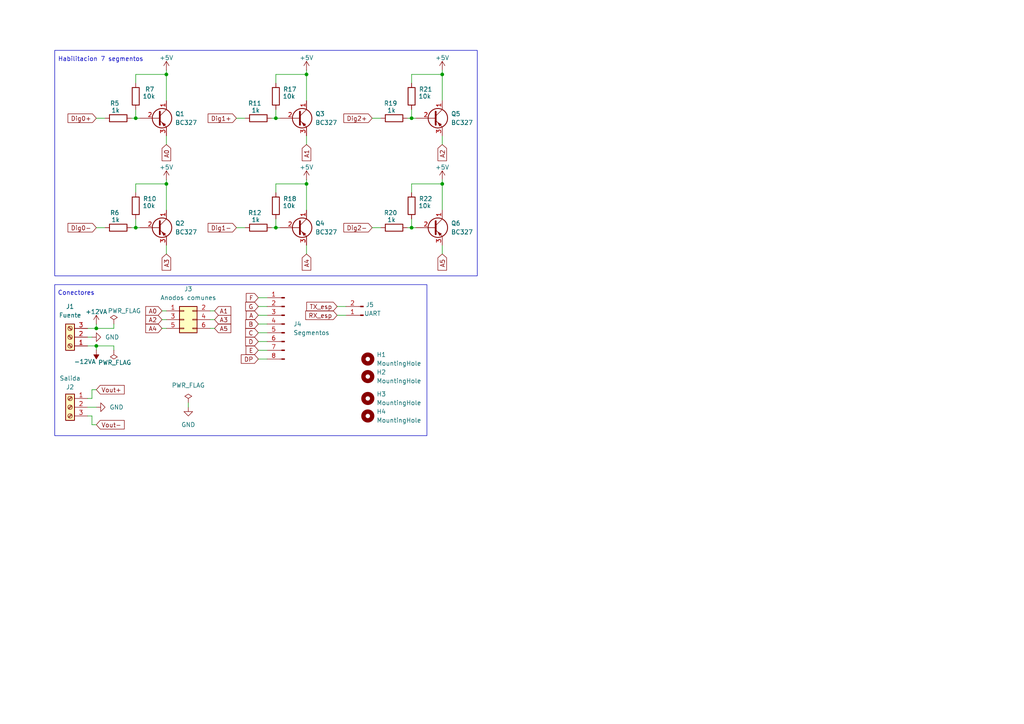
<source format=kicad_sch>
(kicad_sch (version 20231120) (generator "eeschema") (generator_version "8.0")
  (paper "A4")
  (lib_symbols
    (symbol "Connector:Conn_01x02_Pin" (pin_names (offset 1.016) hide)
      (property "Reference" "J" (at 0 2.54 0))
      (property "Value" "Conn_01x02_Pin" (at 0 -5.08 0))
      (symbol "Conn_01x02_Pin_1_1"
        (polyline (pts (xy 1.27 -2.54) (xy 0.8636 -2.54)) (stroke (width 0.1524)))
        (polyline (pts (xy 1.27 0) (xy 0.8636 0)) (stroke (width 0.1524)))
        (rectangle (start 0.8636 -2.413) (end 0 -2.667) (stroke (width 0.1524)) (fill (type outline)))
        (rectangle (start 0.8636 0.127) (end 0 -0.127) (stroke (width 0.1524)) (fill (type outline)))
        (pin passive line (at 5.08 0 180) (length 3.81) (name "Pin_1") (number "1"))
        (pin passive line (at 5.08 -2.54 180) (length 3.81) (name "Pin_2") (number "2"))
      )
    )
    (symbol "Connector:Conn_01x08_Pin" (pin_names (offset 1.016) hide)
      (property "Reference" "J" (at 0 10.16 0))
      (property "Value" "Conn_01x08_Pin" (at 0 -12.7 0))
      (symbol "Conn_01x08_Pin_1_1"
        (polyline (pts (xy 1.27 -10.16) (xy 0.8636 -10.16)) (stroke (width 0.1524)))
        (polyline (pts (xy 1.27 -7.62) (xy 0.8636 -7.62)) (stroke (width 0.1524)))
        (polyline (pts (xy 1.27 -5.08) (xy 0.8636 -5.08)) (stroke (width 0.1524)))
        (polyline (pts (xy 1.27 -2.54) (xy 0.8636 -2.54)) (stroke (width 0.1524)))
        (polyline (pts (xy 1.27 0) (xy 0.8636 0)) (stroke (width 0.1524)))
        (polyline (pts (xy 1.27 2.54) (xy 0.8636 2.54)) (stroke (width 0.1524)))
        (polyline (pts (xy 1.27 5.08) (xy 0.8636 5.08)) (stroke (width 0.1524)))
        (polyline (pts (xy 1.27 7.62) (xy 0.8636 7.62)) (stroke (width 0.1524)))
        (rectangle (start 0.8636 -10.033) (end 0 -10.287) (stroke (width 0.1524)) (fill (type outline)))
        (rectangle (start 0.8636 -7.493) (end 0 -7.747) (stroke (width 0.1524)) (fill (type outline)))
        (rectangle (start 0.8636 -4.953) (end 0 -5.207) (stroke (width 0.1524)) (fill (type outline)))
        (rectangle (start 0.8636 -2.413) (end 0 -2.667) (stroke (width 0.1524)) (fill (type outline)))
        (rectangle (start 0.8636 0.127) (end 0 -0.127) (stroke (width 0.1524)) (fill (type outline)))
        (rectangle (start 0.8636 2.667) (end 0 2.413) (stroke (width 0.1524)) (fill (type outline)))
        (rectangle (start 0.8636 5.207) (end 0 4.953) (stroke (width 0.1524)) (fill (type outline)))
        (rectangle (start 0.8636 7.747) (end 0 7.493) (stroke (width 0.1524)) (fill (type outline)))
        (pin passive line (at 5.08 7.62 180) (length 3.81) (name "Pin_1") (number "1"))
        (pin passive line (at 5.08 5.08 180) (length 3.81) (name "Pin_2") (number "2"))
        (pin passive line (at 5.08 2.54 180) (length 3.81) (name "Pin_3") (number "3"))
        (pin passive line (at 5.08 0 180) (length 3.81) (name "Pin_4") (number "4"))
        (pin passive line (at 5.08 -2.54 180) (length 3.81) (name "Pin_5") (number "5"))
        (pin passive line (at 5.08 -5.08 180) (length 3.81) (name "Pin_6") (number "6"))
        (pin passive line (at 5.08 -7.62 180) (length 3.81) (name "Pin_7") (number "7"))
        (pin passive line (at 5.08 -10.16 180) (length 3.81) (name "Pin_8") (number "8"))
      )
    )
    (symbol "Connector:Screw_Terminal_01x03" (pin_names (offset 1.016) hide)
      (property "Reference" "J" (at 0 5.08 0))
      (property "Value" "Screw_Terminal_01x03" (at 0 -5.08 0))
      (symbol "Screw_Terminal_01x03_1_1"
        (rectangle (start -1.27 3.81) (end 1.27 -3.81) (stroke (width 0.254)) (fill (type background)))
        (circle (center 0 -2.54) (radius 0.635) (stroke (width 0.1524)))
        (polyline (pts (xy -0.5334 -2.2098) (xy 0.3302 -3.048)) (stroke (width 0.1524)))
        (polyline (pts (xy -0.5334 0.3302) (xy 0.3302 -0.508)) (stroke (width 0.1524)))
        (polyline (pts (xy -0.5334 2.8702) (xy 0.3302 2.032)) (stroke (width 0.1524)))
        (polyline (pts (xy -0.3556 -2.032) (xy 0.508 -2.8702)) (stroke (width 0.1524)))
        (polyline (pts (xy -0.3556 0.508) (xy 0.508 -0.3302)) (stroke (width 0.1524)))
        (polyline (pts (xy -0.3556 3.048) (xy 0.508 2.2098)) (stroke (width 0.1524)))
        (circle (center 0 0) (radius 0.635) (stroke (width 0.1524)))
        (circle (center 0 2.54) (radius 0.635) (stroke (width 0.1524)))
        (pin passive line (at -5.08 2.54 0) (length 3.81) (name "Pin_1") (number "1"))
        (pin passive line (at -5.08 0 0) (length 3.81) (name "Pin_2") (number "2"))
        (pin passive line (at -5.08 -2.54 0) (length 3.81) (name "Pin_3") (number "3"))
      )
    )
    (symbol "Connector_Generic:Conn_02x03_Odd_Even" (pin_names (offset 1.016) hide)
      (property "Reference" "J" (at 1.27 5.08 0))
      (property "Value" "Conn_02x03_Odd_Even" (at 1.27 -5.08 0))
      (symbol "Conn_02x03_Odd_Even_1_1"
        (rectangle (start -1.27 -2.413) (end 0 -2.667) (stroke (width 0.1524)))
        (rectangle (start -1.27 0.127) (end 0 -0.127) (stroke (width 0.1524)))
        (rectangle (start -1.27 2.667) (end 0 2.413) (stroke (width 0.1524)))
        (rectangle (start -1.27 3.81) (end 3.81 -3.81) (stroke (width 0.254)) (fill (type background)))
        (rectangle (start 3.81 -2.413) (end 2.54 -2.667) (stroke (width 0.1524)))
        (rectangle (start 3.81 0.127) (end 2.54 -0.127) (stroke (width 0.1524)))
        (rectangle (start 3.81 2.667) (end 2.54 2.413) (stroke (width 0.1524)))
        (pin passive line (at -5.08 2.54 0) (length 3.81) (name "Pin_1") (number "1"))
        (pin passive line (at 7.62 2.54 180) (length 3.81) (name "Pin_2") (number "2"))
        (pin passive line (at -5.08 0 0) (length 3.81) (name "Pin_3") (number "3"))
        (pin passive line (at 7.62 0 180) (length 3.81) (name "Pin_4") (number "4"))
        (pin passive line (at -5.08 -2.54 0) (length 3.81) (name "Pin_5") (number "5"))
        (pin passive line (at 7.62 -2.54 180) (length 3.81) (name "Pin_6") (number "6"))
      )
    )
    (symbol "Device:R" (pin_numbers hide) (pin_names (offset 0))
      (property "Reference" "R" (at 2.032 0 90))
      (property "Value" "R" (at 0 0 90))
      (symbol "R_0_1"
        (rectangle (start -1.016 -2.54) (end 1.016 2.54) (stroke (width 0.254)))
      )
      (symbol "R_1_1"
        (pin passive line (at 0 3.81 270) (length 1.27) (name "~") (number "1"))
        (pin passive line (at 0 -3.81 90) (length 1.27) (name "~") (number "2"))
      )
    )
    (symbol "Mechanical:MountingHole" (pin_names (offset 1.016)) (exclude_from_sim yes) (in_bom no)
      (property "Reference" "H" (at 0 5.08 0))
      (property "Value" "MountingHole" (at 0 3.175 0))
      (symbol "MountingHole_0_1"
        (circle (center 0 0) (radius 1.27) (stroke (width 1.27)))
      )
    )
    (symbol "Transistor_BJT:BC327" (pin_names (offset 0) hide)
      (property "Reference" "Q" (at 5.08 1.905 0))
      (property "Value" "BC327" (at 5.08 0 0))
      (symbol "BC327_0_1"
        (polyline (pts (xy 0.635 0.635) (xy 2.54 2.54)))
        (polyline (pts (xy 0.635 -0.635) (xy 2.54 -2.54) (xy 2.54 -2.54)))
        (polyline (pts (xy 0.635 1.905) (xy 0.635 -1.905) (xy 0.635 -1.905)) (stroke (width 0.508)))
        (polyline (pts (xy 2.286 -1.778) (xy 1.778 -2.286) (xy 1.27 -1.27) (xy 2.286 -1.778) (xy 2.286 -1.778)) (fill (type outline)))
        (circle (center 1.27 0) (radius 2.8194) (stroke (width 0.254)))
      )
      (symbol "BC327_1_1"
        (pin passive line (at 2.54 5.08 270) (length 2.54) (name "C") (number "1"))
        (pin input line (at -5.08 0 0) (length 5.715) (name "B") (number "2"))
        (pin passive line (at 2.54 -5.08 90) (length 2.54) (name "E") (number "3"))
      )
    )
    (symbol "power:+12VA" (power) (pin_numbers hide) (pin_names (offset 0) hide)
      (property "Value" "+12VA" (at 0 3.556 0))
      (symbol "+12VA_0_1"
        (polyline (pts (xy -0.762 1.27) (xy 0 2.54)))
        (polyline (pts (xy 0 0) (xy 0 2.54)))
        (polyline (pts (xy 0 2.54) (xy 0.762 1.27)))
      )
      (symbol "+12VA_1_1"
        (pin power_in line (at 0 0 90) (length 0) (name "~") (number "1"))
      )
    )
    (symbol "power:+5V" (power) (pin_numbers hide) (pin_names (offset 0) hide)
      (property "Value" "+5V" (at 0 3.556 0))
      (symbol "+5V_0_1"
        (polyline (pts (xy -0.762 1.27) (xy 0 2.54)))
        (polyline (pts (xy 0 0) (xy 0 2.54)))
        (polyline (pts (xy 0 2.54) (xy 0.762 1.27)))
      )
      (symbol "+5V_1_1"
        (pin power_in line (at 0 0 90) (length 0) (name "~") (number "1"))
      )
    )
    (symbol "power:-12VA" (power) (pin_numbers hide) (pin_names (offset 0) hide)
      (property "Value" "-12VA" (at 0 3.556 0))
      (symbol "-12VA_0_0"
        (pin power_in line (at 0 0 90) (length 0) (name "~") (number "1"))
      )
      (symbol "-12VA_0_1"
        (polyline (pts (xy 0 0) (xy 0 1.27) (xy 0.762 1.27) (xy 0 2.54) (xy -0.762 1.27) (xy 0 1.27)) (fill (type outline)))
      )
    )
    (symbol "power:GND" (power) (pin_numbers hide) (pin_names (offset 0) hide)
      (property "Value" "GND" (at 0 -3.81 0))
      (symbol "GND_0_1"
        (polyline (pts (xy 0 0) (xy 0 -1.27) (xy 1.27 -1.27) (xy 0 -2.54) (xy -1.27 -1.27) (xy 0 -1.27)))
      )
      (symbol "GND_1_1"
        (pin power_in line (at 0 0 270) (length 0) (name "~") (number "1"))
      )
    )
    (symbol "power:PWR_FLAG" (power) (pin_numbers hide) (pin_names (offset 0) hide)
      (property "Value" "PWR_FLAG" (at 0 3.81 0))
      (symbol "PWR_FLAG_0_0"
        (pin power_out line (at 0 0 90) (length 0) (name "~") (number "1"))
      )
      (symbol "PWR_FLAG_0_1"
        (polyline (pts (xy 0 0) (xy 0 1.27) (xy -1.016 1.905) (xy 0 2.54) (xy 1.016 1.905) (xy 0 1.27)))
      )
    )
  )
  (junction (at 39.37 66.04))
  (junction (at 27.94 100.33))
  (junction (at 80.01 66.04))
  (junction (at 48.26 53.34))
  (junction (at 88.9 53.34))
  (junction (at 119.38 34.29))
  (junction (at 48.26 21.59))
  (junction (at 27.94 95.25))
  (junction (at 80.01 34.29))
  (junction (at 128.27 21.59))
  (junction (at 128.27 53.34))
  (junction (at 39.37 34.29))
  (junction (at 119.38 66.04))
  (junction (at 88.9 21.59))
  (wire (pts (xy 25.4 120.65) (xy 26.67 120.65)))
  (wire (pts (xy 97.79 88.9) (xy 100.33 88.9)))
  (wire (pts (xy 128.27 39.37) (xy 128.27 41.91)))
  (wire (pts (xy 62.23 90.17) (xy 60.96 90.17)))
  (wire (pts (xy 26.67 113.03) (xy 27.94 113.03)))
  (wire (pts (xy 48.26 39.37) (xy 48.26 41.91)))
  (wire (pts (xy 48.26 20.32) (xy 48.26 21.59)))
  (wire (pts (xy 119.38 21.59) (xy 128.27 21.59)))
  (wire (pts (xy 88.9 39.37) (xy 88.9 41.91)))
  (wire (pts (xy 38.1 66.04) (xy 39.37 66.04)))
  (wire (pts (xy 77.47 93.98) (xy 74.93 93.98)))
  (wire (pts (xy 26.67 123.19) (xy 27.94 123.19)))
  (wire (pts (xy 25.4 118.11) (xy 27.94 118.11)))
  (wire (pts (xy 54.61 116.84) (xy 54.61 118.11)))
  (wire (pts (xy 77.47 86.36) (xy 74.93 86.36)))
  (wire (pts (xy 118.11 34.29) (xy 119.38 34.29)))
  (wire (pts (xy 46.99 92.71) (xy 48.26 92.71)))
  (wire (pts (xy 88.9 71.12) (xy 88.9 73.66)))
  (wire (pts (xy 62.23 92.71) (xy 60.96 92.71)))
  (wire (pts (xy 26.67 123.19) (xy 26.67 120.65)))
  (wire (pts (xy 62.23 95.25) (xy 60.96 95.25)))
  (wire (pts (xy 119.38 31.75) (xy 119.38 34.29)))
  (wire (pts (xy 68.58 66.04) (xy 71.12 66.04)))
  (wire (pts (xy 77.47 101.6) (xy 74.93 101.6)))
  (wire (pts (xy 25.4 97.79) (xy 26.67 97.79)))
  (wire (pts (xy 80.01 53.34) (xy 88.9 53.34)))
  (wire (pts (xy 26.67 113.03) (xy 26.67 115.57)))
  (wire (pts (xy 25.4 115.57) (xy 26.67 115.57)))
  (wire (pts (xy 120.65 66.04) (xy 119.38 66.04)))
  (wire (pts (xy 27.94 95.25) (xy 33.02 95.25)))
  (wire (pts (xy 25.4 100.33) (xy 27.94 100.33)))
  (wire (pts (xy 80.01 55.88) (xy 80.01 53.34)))
  (wire (pts (xy 120.65 34.29) (xy 119.38 34.29)))
  (wire (pts (xy 39.37 63.5) (xy 39.37 66.04)))
  (wire (pts (xy 128.27 53.34) (xy 128.27 60.96)))
  (wire (pts (xy 48.26 21.59) (xy 48.26 29.21)))
  (wire (pts (xy 128.27 20.32) (xy 128.27 21.59)))
  (wire (pts (xy 40.64 34.29) (xy 39.37 34.29)))
  (wire (pts (xy 119.38 53.34) (xy 128.27 53.34)))
  (wire (pts (xy 88.9 21.59) (xy 88.9 29.21)))
  (wire (pts (xy 81.28 66.04) (xy 80.01 66.04)))
  (wire (pts (xy 68.58 34.29) (xy 71.12 34.29)))
  (wire (pts (xy 88.9 52.07) (xy 88.9 53.34)))
  (wire (pts (xy 39.37 21.59) (xy 48.26 21.59)))
  (wire (pts (xy 119.38 55.88) (xy 119.38 53.34)))
  (wire (pts (xy 27.94 66.04) (xy 30.48 66.04)))
  (wire (pts (xy 128.27 21.59) (xy 128.27 29.21)))
  (wire (pts (xy 33.02 95.25) (xy 33.02 93.98)))
  (wire (pts (xy 78.74 34.29) (xy 80.01 34.29)))
  (wire (pts (xy 80.01 31.75) (xy 80.01 34.29)))
  (wire (pts (xy 119.38 24.13) (xy 119.38 21.59)))
  (wire (pts (xy 97.79 91.44) (xy 100.33 91.44)))
  (wire (pts (xy 39.37 31.75) (xy 39.37 34.29)))
  (wire (pts (xy 107.95 66.04) (xy 110.49 66.04)))
  (wire (pts (xy 80.01 21.59) (xy 88.9 21.59)))
  (wire (pts (xy 40.64 66.04) (xy 39.37 66.04)))
  (wire (pts (xy 27.94 95.25) (xy 25.4 95.25)))
  (wire (pts (xy 46.99 95.25) (xy 48.26 95.25)))
  (wire (pts (xy 81.28 34.29) (xy 80.01 34.29)))
  (wire (pts (xy 88.9 53.34) (xy 88.9 60.96)))
  (wire (pts (xy 48.26 52.07) (xy 48.26 53.34)))
  (wire (pts (xy 80.01 24.13) (xy 80.01 21.59)))
  (wire (pts (xy 39.37 24.13) (xy 39.37 21.59)))
  (wire (pts (xy 80.01 63.5) (xy 80.01 66.04)))
  (wire (pts (xy 77.47 88.9) (xy 74.93 88.9)))
  (wire (pts (xy 38.1 34.29) (xy 39.37 34.29)))
  (wire (pts (xy 39.37 53.34) (xy 48.26 53.34)))
  (wire (pts (xy 74.93 104.14) (xy 77.47 104.14)))
  (wire (pts (xy 77.47 99.06) (xy 74.93 99.06)))
  (wire (pts (xy 27.94 100.33) (xy 27.94 101.6)))
  (wire (pts (xy 39.37 55.88) (xy 39.37 53.34)))
  (wire (pts (xy 27.94 34.29) (xy 30.48 34.29)))
  (wire (pts (xy 33.02 100.33) (xy 33.02 101.6)))
  (wire (pts (xy 128.27 71.12) (xy 128.27 73.66)))
  (wire (pts (xy 88.9 20.32) (xy 88.9 21.59)))
  (wire (pts (xy 27.94 93.98) (xy 27.94 95.25)))
  (wire (pts (xy 46.99 90.17) (xy 48.26 90.17)))
  (wire (pts (xy 119.38 63.5) (xy 119.38 66.04)))
  (wire (pts (xy 118.11 66.04) (xy 119.38 66.04)))
  (wire (pts (xy 77.47 96.52) (xy 74.93 96.52)))
  (wire (pts (xy 48.26 71.12) (xy 48.26 73.66)))
  (wire (pts (xy 77.47 91.44) (xy 74.93 91.44)))
  (wire (pts (xy 48.26 53.34) (xy 48.26 60.96)))
  (wire (pts (xy 128.27 52.07) (xy 128.27 53.34)))
  (wire (pts (xy 78.74 66.04) (xy 80.01 66.04)))
  (wire (pts (xy 27.94 100.33) (xy 33.02 100.33)))
  (wire (pts (xy 107.95 34.29) (xy 110.49 34.29)))
  (rectangle (start 15.875 82.55) (end 123.825 126.365))
  (rectangle (start 15.875 14.605) (end 138.43 80.01))
  (text "Habilitacion 7 segmentos\n" (at 29.21 17.272 0) (effects (font (size 1.27 1.27))))
  (text "Conectores" (at 22.098 85.09 0) (effects (font (size 1.27 1.27))))
  (global_label "RX_esp" (shape input) (at 97.79 91.44 180) (property "Intersheetrefs" "${INTERSHEET_REFS}" (effects (hide yes))))
  (global_label "Dig2-" (shape input) (at 107.95 66.04 180) (property "Intersheetrefs" "${INTERSHEET_REFS}" (effects (hide yes))))
  (global_label "F" (shape input) (at 74.93 86.36 180) (property "Intersheetrefs" "${INTERSHEET_REFS}" (effects (hide yes))))
  (global_label "A5" (shape input) (at 62.23 95.25 0) (property "Intersheetrefs" "${INTERSHEET_REFS}" (effects (hide yes))))
  (global_label "D" (shape input) (at 74.93 99.06 180) (property "Intersheetrefs" "${INTERSHEET_REFS}" (effects (hide yes))))
  (global_label "C" (shape input) (at 74.93 96.52 180) (property "Intersheetrefs" "${INTERSHEET_REFS}" (effects (hide yes))))
  (global_label "A4" (shape input) (at 46.99 95.25 180) (property "Intersheetrefs" "${INTERSHEET_REFS}" (effects (hide yes))))
  (global_label "Dig0-" (shape input) (at 27.94 66.04 180) (property "Intersheetrefs" "${INTERSHEET_REFS}" (effects (hide yes))))
  (global_label "A5" (shape input) (at 128.27 73.66 270) (property "Intersheetrefs" "${INTERSHEET_REFS}" (effects (hide yes))))
  (global_label "DP" (shape input) (at 74.93 104.14 180) (property "Intersheetrefs" "${INTERSHEET_REFS}" (effects (hide yes))))
  (global_label "Dig1+" (shape input) (at 68.58 34.29 180) (property "Intersheetrefs" "${INTERSHEET_REFS}" (effects (hide yes))))
  (global_label "A2" (shape input) (at 46.99 92.71 180) (property "Intersheetrefs" "${INTERSHEET_REFS}" (effects (hide yes))))
  (global_label "A3" (shape input) (at 62.23 92.71 0) (property "Intersheetrefs" "${INTERSHEET_REFS}" (effects (hide yes))))
  (global_label "A0" (shape input) (at 48.26 41.91 270) (property "Intersheetrefs" "${INTERSHEET_REFS}" (effects (hide yes))))
  (global_label "A1" (shape input) (at 62.23 90.17 0) (property "Intersheetrefs" "${INTERSHEET_REFS}" (effects (hide yes))))
  (global_label "G" (shape input) (at 74.93 88.9 180) (property "Intersheetrefs" "${INTERSHEET_REFS}" (effects (hide yes))))
  (global_label "Vout+" (shape input) (at 27.94 113.03 0) (property "Intersheetrefs" "${INTERSHEET_REFS}" (effects (hide yes))))
  (global_label "Dig0+" (shape input) (at 27.94 34.29 180) (property "Intersheetrefs" "${INTERSHEET_REFS}" (effects (hide yes))))
  (global_label "Vout-" (shape input) (at 27.94 123.19 0) (property "Intersheetrefs" "${INTERSHEET_REFS}" (effects (hide yes))))
  (global_label "TX_esp" (shape input) (at 97.79 88.9 180) (property "Intersheetrefs" "${INTERSHEET_REFS}" (effects (hide yes))))
  (global_label "Dig1-" (shape input) (at 68.58 66.04 180) (property "Intersheetrefs" "${INTERSHEET_REFS}" (effects (hide yes))))
  (global_label "A2" (shape input) (at 128.27 41.91 270) (property "Intersheetrefs" "${INTERSHEET_REFS}" (effects (hide yes))))
  (global_label "Dig2+" (shape input) (at 107.95 34.29 180) (property "Intersheetrefs" "${INTERSHEET_REFS}" (effects (hide yes))))
  (global_label "B" (shape input) (at 74.93 93.98 180) (property "Intersheetrefs" "${INTERSHEET_REFS}" (effects (hide yes))))
  (global_label "E" (shape input) (at 74.93 101.6 180) (property "Intersheetrefs" "${INTERSHEET_REFS}" (effects (hide yes))))
  (global_label "A" (shape input) (at 74.93 91.44 180) (property "Intersheetrefs" "${INTERSHEET_REFS}" (effects (hide yes))))
  (global_label "A1" (shape input) (at 88.9 41.91 270) (property "Intersheetrefs" "${INTERSHEET_REFS}" (effects (hide yes))))
  (global_label "A4" (shape input) (at 88.9 73.66 270) (property "Intersheetrefs" "${INTERSHEET_REFS}" (effects (hide yes))))
  (global_label "A0" (shape input) (at 46.99 90.17 180) (property "Intersheetrefs" "${INTERSHEET_REFS}" (effects (hide yes))))
  (global_label "A3" (shape input) (at 48.26 73.66 270) (property "Intersheetrefs" "${INTERSHEET_REFS}" (effects (hide yes))))
  (symbol (lib_id "Mechanical:MountingHole") (at 106.68 109.22 0) (unit 1) (exclude_from_sim yes) (in_bom no)
    (property "Reference" "H2" (at 109.22 107.9499 0) (effects (justify left)))
    (property "Value" "MountingHole" (at 109.22 110.4899 0) (effects (justify left)))
    (property "Footprint" "MountingHole:MountingHole_3.2mm_M3" (effects (hide yes)))
    (property "Description" "Mounting Hole without connection" (effects (hide yes)))
  )
  (symbol (lib_id "Device:R") (at 119.38 27.94 0) (mirror y) (unit 1)
    (property "Reference" "R21" (at 123.444 25.908 0))
    (property "Value" "10k" (at 123.19 27.94 0))
    (property "Footprint" "Resistor_THT:R_Axial_DIN0207_L6.3mm_D2.5mm_P10.16mm_Horizontal" (effects (hide yes)))
    (property "Description" "Resistor" (effects (hide yes)))
  )
  (symbol (lib_id "Device:R") (at 114.3 34.29 90) (mirror x) (unit 1)
    (property "Reference" "R19" (at 113.284 29.972 90))
    (property "Value" "1k" (at 113.538 32.004 90))
    (property "Footprint" "Resistor_THT:R_Axial_DIN0207_L6.3mm_D2.5mm_P10.16mm_Horizontal" (effects (hide yes)))
    (property "Description" "Resistor" (effects (hide yes)))
  )
  (symbol (lib_id "Connector:Conn_01x08_Pin") (at 82.55 93.98 0) (mirror y) (unit 1)
    (property "Reference" "J4" (at 85.09 93.9799 0) (effects (justify right)))
    (property "Value" "Segmentos" (at 85.09 96.5199 0) (effects (justify right)))
    (property "Footprint" "Connector_PinHeader_2.54mm:PinHeader_1x08_P2.54mm_Vertical" (effects (hide yes)))
    (property "Description" "Generic connector, single row, 01x08, script generated" (effects (hide yes)))
  )
  (symbol (lib_id "power:+5V") (at 128.27 20.32 0) (unit 1)
    (property "Reference" "#PWR011" (effects (hide yes)))
    (property "Value" "+5V" (at 128.27 16.764 0))
    (property "Description" "Power symbol creates a global label with name \"+5V\"" (effects (hide yes)))
  )
  (symbol (lib_id "Connector:Conn_01x02_Pin") (at 105.41 91.44 180) (unit 1)
    (property "Reference" "J5" (at 108.458 88.392 0) (effects (justify left)))
    (property "Value" "UART" (at 110.49 90.932 0) (effects (justify left)))
    (property "Footprint" "Connector_PinHeader_2.54mm:PinHeader_1x02_P2.54mm_Vertical" (effects (hide yes)))
    (property "Description" "Generic connector, single row, 01x02, script generated" (effects (hide yes)))
  )
  (symbol (lib_id "Transistor_BJT:BC327") (at 125.73 66.04 0) (unit 1)
    (property "Reference" "Q6" (at 130.81 64.7699 0) (effects (justify left)))
    (property "Value" "BC327" (at 130.81 67.3099 0) (effects (justify left)))
    (property "Footprint" "Package_TO_SOT_THT:TO-92_Inline" (effects (hide yes)))
    (property "Datasheet" "http://www.onsemi.com/pub_link/Collateral/BC327-D.PDF" (effects (hide yes)))
    (property "Description" "0.8A Ic, 45V Vce, PNP Transistor, TO-92" (effects (hide yes)))
  )
  (symbol (lib_id "Connector:Screw_Terminal_01x03") (at 20.32 118.11 0) (mirror y) (unit 1)
    (property "Reference" "J2" (at 20.32 112.268 0))
    (property "Value" "Salida" (at 20.32 109.728 0))
    (property "Footprint" "TerminalBlock_Phoenix:TerminalBlock_Phoenix_MKDS-1,5-3-5.08_1x03_P5.08mm_Horizontal" (effects (hide yes)))
    (property "Description" "Generic screw terminal, single row, 01x03, script generated (kicad-library-utils/schlib/autogen/connector/)" (effects (hide yes)))
  )
  (symbol (lib_id "power:GND") (at 54.61 118.11 0) (unit 1)
    (property "Reference" "#PWR050" (effects (hide yes)))
    (property "Value" "GND" (at 54.61 123.19 0))
    (property "Description" "Power symbol creates a global label with name \"GND\" , ground" (effects (hide yes)))
  )
  (symbol (lib_id "Device:R") (at 119.38 59.69 0) (mirror y) (unit 1)
    (property "Reference" "R22" (at 123.444 57.658 0))
    (property "Value" "10k" (at 123.19 59.69 0))
    (property "Footprint" "Resistor_THT:R_Axial_DIN0207_L6.3mm_D2.5mm_P10.16mm_Horizontal" (effects (hide yes)))
    (property "Description" "Resistor" (effects (hide yes)))
  )
  (symbol (lib_id "power:PWR_FLAG") (at 33.02 101.6 0) (mirror x) (unit 1)
    (property "Reference" "#FLG02" (effects (hide yes)))
    (property "Value" "PWR_FLAG" (at 33.274 105.156 0))
    (property "Description" "Special symbol for telling ERC where power comes from" (effects (hide yes)))
  )
  (symbol (lib_id "Device:R") (at 80.01 27.94 0) (mirror y) (unit 1)
    (property "Reference" "R17" (at 84.074 25.908 0))
    (property "Value" "10k" (at 83.82 27.94 0))
    (property "Footprint" "Resistor_THT:R_Axial_DIN0207_L6.3mm_D2.5mm_P10.16mm_Horizontal" (effects (hide yes)))
    (property "Description" "Resistor" (effects (hide yes)))
  )
  (symbol (lib_id "power:GND") (at 26.67 97.79 90) (unit 1)
    (property "Reference" "#PWR022" (effects (hide yes)))
    (property "Value" "GND" (at 30.48 97.7899 90) (effects (justify right)))
    (property "Description" "Power symbol creates a global label with name \"GND\" , ground" (effects (hide yes)))
  )
  (symbol (lib_id "Device:R") (at 34.29 34.29 90) (mirror x) (unit 1)
    (property "Reference" "R5" (at 33.274 29.972 90))
    (property "Value" "1k" (at 33.528 32.004 90))
    (property "Footprint" "Resistor_THT:R_Axial_DIN0207_L6.3mm_D2.5mm_P10.16mm_Horizontal" (effects (hide yes)))
    (property "Description" "Resistor" (effects (hide yes)))
  )
  (symbol (lib_id "power:PWR_FLAG") (at 54.61 116.84 0) (mirror y) (unit 1)
    (property "Reference" "#FLG05" (effects (hide yes)))
    (property "Value" "PWR_FLAG" (at 54.61 111.76 0))
    (property "Description" "Special symbol for telling ERC where power comes from" (effects (hide yes)))
  )
  (symbol (lib_id "power:+5V") (at 48.26 20.32 0) (unit 1)
    (property "Reference" "#PWR05" (effects (hide yes)))
    (property "Value" "+5V" (at 48.26 16.764 0))
    (property "Description" "Power symbol creates a global label with name \"+5V\"" (effects (hide yes)))
  )
  (symbol (lib_id "Device:R") (at 74.93 34.29 90) (mirror x) (unit 1)
    (property "Reference" "R11" (at 73.914 29.972 90))
    (property "Value" "1k" (at 74.168 32.004 90))
    (property "Footprint" "Resistor_THT:R_Axial_DIN0207_L6.3mm_D2.5mm_P10.16mm_Horizontal" (effects (hide yes)))
    (property "Description" "Resistor" (effects (hide yes)))
  )
  (symbol (lib_id "Device:R") (at 34.29 66.04 90) (mirror x) (unit 1)
    (property "Reference" "R6" (at 33.274 61.722 90))
    (property "Value" "1k" (at 33.528 63.754 90))
    (property "Footprint" "Resistor_THT:R_Axial_DIN0207_L6.3mm_D2.5mm_P10.16mm_Horizontal" (effects (hide yes)))
    (property "Description" "Resistor" (effects (hide yes)))
  )
  (symbol (lib_id "Connector:Screw_Terminal_01x03") (at 20.32 97.79 180) (unit 1)
    (property "Reference" "J1" (at 20.32 88.9 0))
    (property "Value" "Fuente" (at 20.32 91.44 0))
    (property "Footprint" "TerminalBlock_Phoenix:TerminalBlock_Phoenix_MKDS-1,5-3-5.08_1x03_P5.08mm_Horizontal" (effects (hide yes)))
    (property "Description" "Generic screw terminal, single row, 01x03, script generated (kicad-library-utils/schlib/autogen/connector/)" (effects (hide yes)))
  )
  (symbol (lib_id "Device:R") (at 74.93 66.04 90) (mirror x) (unit 1)
    (property "Reference" "R12" (at 73.914 61.722 90))
    (property "Value" "1k" (at 74.168 63.754 90))
    (property "Footprint" "Resistor_THT:R_Axial_DIN0207_L6.3mm_D2.5mm_P10.16mm_Horizontal" (effects (hide yes)))
    (property "Description" "Resistor" (effects (hide yes)))
  )
  (symbol (lib_id "power:+5V") (at 48.26 52.07 0) (unit 1)
    (property "Reference" "#PWR06" (effects (hide yes)))
    (property "Value" "+5V" (at 48.26 48.514 0))
    (property "Description" "Power symbol creates a global label with name \"+5V\"" (effects (hide yes)))
  )
  (symbol (lib_id "power:+5V") (at 88.9 52.07 0) (unit 1)
    (property "Reference" "#PWR010" (effects (hide yes)))
    (property "Value" "+5V" (at 88.9 48.514 0))
    (property "Description" "Power symbol creates a global label with name \"+5V\"" (effects (hide yes)))
  )
  (symbol (lib_id "power:+5V") (at 88.9 20.32 0) (unit 1)
    (property "Reference" "#PWR09" (effects (hide yes)))
    (property "Value" "+5V" (at 88.9 16.764 0))
    (property "Description" "Power symbol creates a global label with name \"+5V\"" (effects (hide yes)))
  )
  (symbol (lib_id "Device:R") (at 39.37 27.94 0) (mirror y) (unit 1)
    (property "Reference" "R7" (at 43.434 25.908 0))
    (property "Value" "10k" (at 43.18 27.94 0))
    (property "Footprint" "Resistor_THT:R_Axial_DIN0207_L6.3mm_D2.5mm_P10.16mm_Horizontal" (effects (hide yes)))
    (property "Description" "Resistor" (effects (hide yes)))
  )
  (symbol (lib_id "Mechanical:MountingHole") (at 106.68 120.65 0) (unit 1) (exclude_from_sim yes) (in_bom no)
    (property "Reference" "H4" (at 109.22 119.3799 0) (effects (justify left)))
    (property "Value" "MountingHole" (at 109.22 121.9199 0) (effects (justify left)))
    (property "Footprint" "MountingHole:MountingHole_3.2mm_M3" (effects (hide yes)))
    (property "Description" "Mounting Hole without connection" (effects (hide yes)))
  )
  (symbol (lib_id "power:PWR_FLAG") (at 33.02 93.98 0) (unit 1)
    (property "Reference" "#FLG01" (effects (hide yes)))
    (property "Value" "PWR_FLAG" (at 36.068 90.17 0))
    (property "Description" "Special symbol for telling ERC where power comes from" (effects (hide yes)))
  )
  (symbol (lib_id "Transistor_BJT:BC327") (at 86.36 34.29 0) (unit 1)
    (property "Reference" "Q3" (at 91.44 33.0199 0) (effects (justify left)))
    (property "Value" "BC327" (at 91.44 35.5599 0) (effects (justify left)))
    (property "Footprint" "Package_TO_SOT_THT:TO-92_Inline" (effects (hide yes)))
    (property "Datasheet" "http://www.onsemi.com/pub_link/Collateral/BC327-D.PDF" (effects (hide yes)))
    (property "Description" "0.8A Ic, 45V Vce, PNP Transistor, TO-92" (effects (hide yes)))
  )
  (symbol (lib_id "Device:R") (at 39.37 59.69 0) (mirror y) (unit 1)
    (property "Reference" "R10" (at 43.434 57.658 0))
    (property "Value" "10k" (at 43.18 59.69 0))
    (property "Footprint" "Resistor_THT:R_Axial_DIN0207_L6.3mm_D2.5mm_P10.16mm_Horizontal" (effects (hide yes)))
    (property "Description" "Resistor" (effects (hide yes)))
  )
  (symbol (lib_id "Device:R") (at 114.3 66.04 90) (mirror x) (unit 1)
    (property "Reference" "R20" (at 113.284 61.722 90))
    (property "Value" "1k" (at 113.538 63.754 90))
    (property "Footprint" "Resistor_THT:R_Axial_DIN0207_L6.3mm_D2.5mm_P10.16mm_Horizontal" (effects (hide yes)))
    (property "Description" "Resistor" (effects (hide yes)))
  )
  (symbol (lib_id "Transistor_BJT:BC327") (at 45.72 34.29 0) (unit 1)
    (property "Reference" "Q1" (at 50.8 33.0199 0) (effects (justify left)))
    (property "Value" "BC327" (at 50.8 35.5599 0) (effects (justify left)))
    (property "Footprint" "Package_TO_SOT_THT:TO-92_Inline" (effects (hide yes)))
    (property "Datasheet" "http://www.onsemi.com/pub_link/Collateral/BC327-D.PDF" (effects (hide yes)))
    (property "Description" "0.8A Ic, 45V Vce, PNP Transistor, TO-92" (effects (hide yes)))
  )
  (symbol (lib_id "Connector_Generic:Conn_02x03_Odd_Even") (at 53.34 92.71 0) (unit 1)
    (property "Reference" "J3" (at 54.61 83.82 0))
    (property "Value" "Anodos comunes" (at 54.61 86.36 0))
    (property "Footprint" "Connector_PinHeader_2.54mm:PinHeader_2x03_P2.54mm_Vertical" (effects (hide yes)))
    (property "Description" "Generic connector, double row, 02x03, odd/even pin numbering scheme (row 1 odd numbers, row 2 even numbers), script generated (kicad-library-utils/schlib/autogen/connector/)" (effects (hide yes)))
  )
  (symbol (lib_id "power:+12VA") (at 27.94 93.98 0) (unit 1)
    (property "Reference" "#PWR025" (effects (hide yes)))
    (property "Value" "+12VA" (at 27.94 90.424 0))
    (property "Description" "Power symbol creates a global label with name \"+12VA\"" (effects (hide yes)))
  )
  (symbol (lib_id "Transistor_BJT:BC327") (at 86.36 66.04 0) (unit 1)
    (property "Reference" "Q4" (at 91.44 64.7699 0) (effects (justify left)))
    (property "Value" "BC327" (at 91.44 67.3099 0) (effects (justify left)))
    (property "Footprint" "Package_TO_SOT_THT:TO-92_Inline" (effects (hide yes)))
    (property "Datasheet" "http://www.onsemi.com/pub_link/Collateral/BC327-D.PDF" (effects (hide yes)))
    (property "Description" "0.8A Ic, 45V Vce, PNP Transistor, TO-92" (effects (hide yes)))
  )
  (symbol (lib_id "power:GND") (at 27.94 118.11 90) (unit 1)
    (property "Reference" "#PWR037" (effects (hide yes)))
    (property "Value" "GND" (at 31.75 118.1099 90) (effects (justify right)))
    (property "Description" "Power symbol creates a global label with name \"GND\" , ground" (effects (hide yes)))
  )
  (symbol (lib_id "Mechanical:MountingHole") (at 106.68 115.57 0) (unit 1) (exclude_from_sim yes) (in_bom no)
    (property "Reference" "H3" (at 109.22 114.2999 0) (effects (justify left)))
    (property "Value" "MountingHole" (at 109.22 116.8399 0) (effects (justify left)))
    (property "Footprint" "MountingHole:MountingHole_3.2mm_M3" (effects (hide yes)))
    (property "Description" "Mounting Hole without connection" (effects (hide yes)))
  )
  (symbol (lib_id "power:+5V") (at 128.27 52.07 0) (unit 1)
    (property "Reference" "#PWR019" (effects (hide yes)))
    (property "Value" "+5V" (at 128.27 48.514 0))
    (property "Description" "Power symbol creates a global label with name \"+5V\"" (effects (hide yes)))
  )
  (symbol (lib_id "Transistor_BJT:BC327") (at 125.73 34.29 0) (unit 1)
    (property "Reference" "Q5" (at 130.81 33.0199 0) (effects (justify left)))
    (property "Value" "BC327" (at 130.81 35.5599 0) (effects (justify left)))
    (property "Footprint" "Package_TO_SOT_THT:TO-92_Inline" (effects (hide yes)))
    (property "Datasheet" "http://www.onsemi.com/pub_link/Collateral/BC327-D.PDF" (effects (hide yes)))
    (property "Description" "0.8A Ic, 45V Vce, PNP Transistor, TO-92" (effects (hide yes)))
  )
  (symbol (lib_id "power:-12VA") (at 27.94 101.6 180) (unit 1)
    (property "Reference" "#PWR030" (effects (hide yes)))
    (property "Value" "-12VA" (at 24.638 104.902 0))
    (property "Description" "Power symbol creates a global label with name \"-12VA\"" (effects (hide yes)))
  )
  (symbol (lib_id "Device:R") (at 80.01 59.69 0) (mirror y) (unit 1)
    (property "Reference" "R18" (at 84.074 57.658 0))
    (property "Value" "10k" (at 83.82 59.69 0))
    (property "Footprint" "Resistor_THT:R_Axial_DIN0207_L6.3mm_D2.5mm_P10.16mm_Horizontal" (effects (hide yes)))
    (property "Description" "Resistor" (effects (hide yes)))
  )
  (symbol (lib_id "Mechanical:MountingHole") (at 106.68 104.14 0) (unit 1) (exclude_from_sim yes) (in_bom no)
    (property "Reference" "H1" (at 109.22 102.8699 0) (effects (justify left)))
    (property "Value" "MountingHole" (at 109.22 105.4099 0) (effects (justify left)))
    (property "Footprint" "MountingHole:MountingHole_3.2mm_M3" (effects (hide yes)))
    (property "Description" "Mounting Hole without connection" (effects (hide yes)))
  )
  (symbol (lib_id "Transistor_BJT:BC327") (at 45.72 66.04 0) (unit 1)
    (property "Reference" "Q2" (at 50.8 64.7699 0) (effects (justify left)))
    (property "Value" "BC327" (at 50.8 67.3099 0) (effects (justify left)))
    (property "Footprint" "Package_TO_SOT_THT:TO-92_Inline" (effects (hide yes)))
    (property "Datasheet" "http://www.onsemi.com/pub_link/Collateral/BC327-D.PDF" (effects (hide yes)))
    (property "Description" "0.8A Ic, 45V Vce, PNP Transistor, TO-92" (effects (hide yes)))
  )
)
</source>
